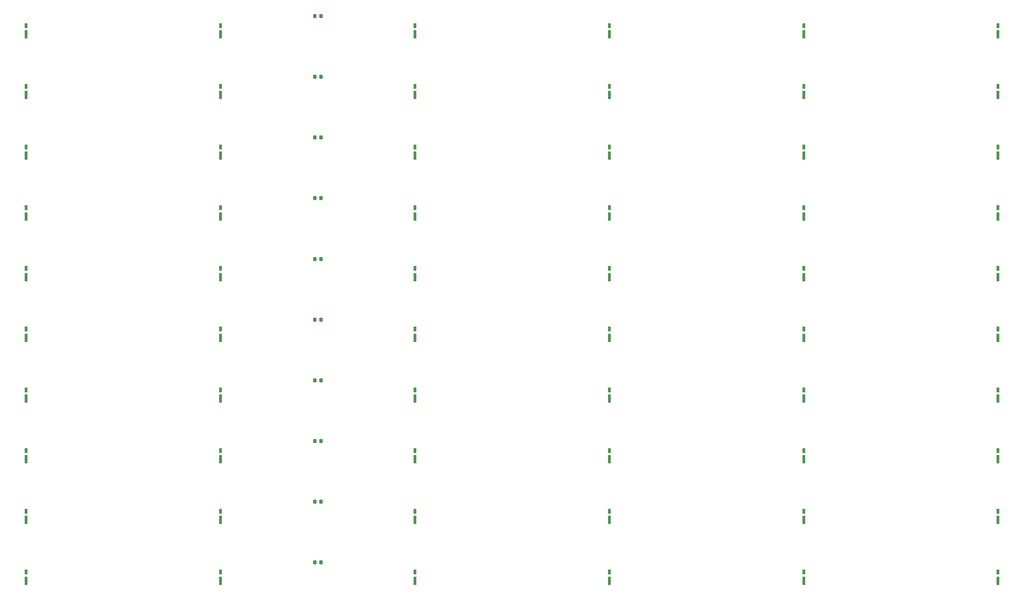
<source format=gtp>
G04 #@! TF.GenerationSoftware,KiCad,Pcbnew,7.0.7*
G04 #@! TF.CreationDate,2024-02-09T15:40:01-06:00*
G04 #@! TF.ProjectId,LEDIO Panel,4c454449-4f20-4506-916e-656c2e6b6963,rev?*
G04 #@! TF.SameCoordinates,PX3e2df80PYcfe1c60*
G04 #@! TF.FileFunction,Paste,Top*
G04 #@! TF.FilePolarity,Positive*
%FSLAX46Y46*%
G04 Gerber Fmt 4.6, Leading zero omitted, Abs format (unit mm)*
G04 Created by KiCad (PCBNEW 7.0.7) date 2024-02-09 15:40:01*
%MOMM*%
%LPD*%
G01*
G04 APERTURE LIST*
G04 Aperture macros list*
%AMRoundRect*
0 Rectangle with rounded corners*
0 $1 Rounding radius*
0 $2 $3 $4 $5 $6 $7 $8 $9 X,Y pos of 4 corners*
0 Add a 4 corners polygon primitive as box body*
4,1,4,$2,$3,$4,$5,$6,$7,$8,$9,$2,$3,0*
0 Add four circle primitives for the rounded corners*
1,1,$1+$1,$2,$3*
1,1,$1+$1,$4,$5*
1,1,$1+$1,$6,$7*
1,1,$1+$1,$8,$9*
0 Add four rect primitives between the rounded corners*
20,1,$1+$1,$2,$3,$4,$5,0*
20,1,$1+$1,$4,$5,$6,$7,0*
20,1,$1+$1,$6,$7,$8,$9,0*
20,1,$1+$1,$8,$9,$2,$3,0*%
G04 Aperture macros list end*
%ADD10RoundRect,0.218750X-0.218750X-0.256250X0.218750X-0.256250X0.218750X0.256250X-0.218750X0.256250X0*%
%ADD11R,0.800000X2.000000*%
%ADD12R,0.800000X1.200000*%
G04 APERTURE END LIST*
D10*
G04 #@! TO.C,D1*
X92762500Y129600000D03*
X94337500Y129600000D03*
G04 #@! TD*
D11*
G04 #@! TO.C,D4*
X117500000Y65100000D03*
D12*
X117500000Y67250000D03*
G04 #@! TD*
D11*
G04 #@! TO.C,D6*
X213500000Y80100000D03*
D12*
X213500000Y82250000D03*
G04 #@! TD*
D11*
G04 #@! TO.C,D5*
X165500000Y20100000D03*
D12*
X165500000Y22250000D03*
G04 #@! TD*
D11*
G04 #@! TO.C,D7*
X261500000Y140100000D03*
D12*
X261500000Y142250000D03*
G04 #@! TD*
D11*
G04 #@! TO.C,D2*
X21500000Y35100000D03*
D12*
X21500000Y37250000D03*
G04 #@! TD*
D11*
G04 #@! TO.C,D3*
X69500000Y35100000D03*
D12*
X69500000Y37250000D03*
G04 #@! TD*
D11*
G04 #@! TO.C,D7*
X261500000Y65100000D03*
D12*
X261500000Y67250000D03*
G04 #@! TD*
D11*
G04 #@! TO.C,D6*
X213500000Y35100000D03*
D12*
X213500000Y37250000D03*
G04 #@! TD*
D11*
G04 #@! TO.C,D3*
X69500000Y50100000D03*
D12*
X69500000Y52250000D03*
G04 #@! TD*
D10*
G04 #@! TO.C,D1*
X92762500Y24600000D03*
X94337500Y24600000D03*
G04 #@! TD*
D11*
G04 #@! TO.C,D7*
X261500000Y80100000D03*
D12*
X261500000Y82250000D03*
G04 #@! TD*
D11*
G04 #@! TO.C,D4*
X117500000Y35100000D03*
D12*
X117500000Y37250000D03*
G04 #@! TD*
D11*
G04 #@! TO.C,D3*
X69500000Y140100000D03*
D12*
X69500000Y142250000D03*
G04 #@! TD*
D11*
G04 #@! TO.C,D4*
X117500000Y20100000D03*
D12*
X117500000Y22250000D03*
G04 #@! TD*
D11*
G04 #@! TO.C,D7*
X261500000Y110100000D03*
D12*
X261500000Y112250000D03*
G04 #@! TD*
D11*
G04 #@! TO.C,D3*
X69500000Y80100000D03*
D12*
X69500000Y82250000D03*
G04 #@! TD*
D11*
G04 #@! TO.C,D3*
X69500000Y95100000D03*
D12*
X69500000Y97250000D03*
G04 #@! TD*
D11*
G04 #@! TO.C,D7*
X261500000Y5100000D03*
D12*
X261500000Y7250000D03*
G04 #@! TD*
D11*
G04 #@! TO.C,D6*
X213500000Y20100000D03*
D12*
X213500000Y22250000D03*
G04 #@! TD*
D10*
G04 #@! TO.C,D1*
X92762500Y144600000D03*
X94337500Y144600000D03*
G04 #@! TD*
D11*
G04 #@! TO.C,D2*
X21500000Y125100000D03*
D12*
X21500000Y127250000D03*
G04 #@! TD*
D11*
G04 #@! TO.C,D4*
X117500000Y125100000D03*
D12*
X117500000Y127250000D03*
G04 #@! TD*
D11*
G04 #@! TO.C,D3*
X69500000Y20100000D03*
D12*
X69500000Y22250000D03*
G04 #@! TD*
D11*
G04 #@! TO.C,D6*
X213500000Y50100000D03*
D12*
X213500000Y52250000D03*
G04 #@! TD*
D11*
G04 #@! TO.C,D6*
X213500000Y95100000D03*
D12*
X213500000Y97250000D03*
G04 #@! TD*
D10*
G04 #@! TO.C,D1*
X92762500Y54600000D03*
X94337500Y54600000D03*
G04 #@! TD*
D11*
G04 #@! TO.C,D4*
X117500000Y110100000D03*
D12*
X117500000Y112250000D03*
G04 #@! TD*
D11*
G04 #@! TO.C,D7*
X261500000Y125100000D03*
D12*
X261500000Y127250000D03*
G04 #@! TD*
D11*
G04 #@! TO.C,D5*
X165500000Y110100000D03*
D12*
X165500000Y112250000D03*
G04 #@! TD*
D11*
G04 #@! TO.C,D4*
X117500000Y50100000D03*
D12*
X117500000Y52250000D03*
G04 #@! TD*
D11*
G04 #@! TO.C,D6*
X213500000Y110100000D03*
D12*
X213500000Y112250000D03*
G04 #@! TD*
D11*
G04 #@! TO.C,D2*
X21500000Y80100000D03*
D12*
X21500000Y82250000D03*
G04 #@! TD*
D11*
G04 #@! TO.C,D5*
X165500000Y95100000D03*
D12*
X165500000Y97250000D03*
G04 #@! TD*
D11*
G04 #@! TO.C,D7*
X261500000Y50100000D03*
D12*
X261500000Y52250000D03*
G04 #@! TD*
D11*
G04 #@! TO.C,D7*
X261500000Y20100000D03*
D12*
X261500000Y22250000D03*
G04 #@! TD*
D11*
G04 #@! TO.C,D2*
X21500000Y140100000D03*
D12*
X21500000Y142250000D03*
G04 #@! TD*
D11*
G04 #@! TO.C,D3*
X69500000Y65100000D03*
D12*
X69500000Y67250000D03*
G04 #@! TD*
D11*
G04 #@! TO.C,D5*
X165500000Y65100000D03*
D12*
X165500000Y67250000D03*
G04 #@! TD*
D11*
G04 #@! TO.C,D5*
X165500000Y5100000D03*
D12*
X165500000Y7250000D03*
G04 #@! TD*
D11*
G04 #@! TO.C,D5*
X165500000Y80100000D03*
D12*
X165500000Y82250000D03*
G04 #@! TD*
D11*
G04 #@! TO.C,D7*
X261500000Y95100000D03*
D12*
X261500000Y97250000D03*
G04 #@! TD*
D11*
G04 #@! TO.C,D3*
X69500000Y110100000D03*
D12*
X69500000Y112250000D03*
G04 #@! TD*
D11*
G04 #@! TO.C,D2*
X21500000Y20100000D03*
D12*
X21500000Y22250000D03*
G04 #@! TD*
D11*
G04 #@! TO.C,D5*
X165500000Y50100000D03*
D12*
X165500000Y52250000D03*
G04 #@! TD*
D11*
G04 #@! TO.C,D4*
X117500000Y95100000D03*
D12*
X117500000Y97250000D03*
G04 #@! TD*
D10*
G04 #@! TO.C,D1*
X92762500Y69600000D03*
X94337500Y69600000D03*
G04 #@! TD*
D11*
G04 #@! TO.C,D4*
X117500000Y5100000D03*
D12*
X117500000Y7250000D03*
G04 #@! TD*
D10*
G04 #@! TO.C,D1*
X92762500Y99600000D03*
X94337500Y99600000D03*
G04 #@! TD*
D11*
G04 #@! TO.C,D2*
X21500000Y110100000D03*
D12*
X21500000Y112250000D03*
G04 #@! TD*
D11*
G04 #@! TO.C,D2*
X21500000Y95100000D03*
D12*
X21500000Y97250000D03*
G04 #@! TD*
D11*
G04 #@! TO.C,D5*
X165500000Y140100000D03*
D12*
X165500000Y142250000D03*
G04 #@! TD*
D10*
G04 #@! TO.C,D1*
X92762500Y39600000D03*
X94337500Y39600000D03*
G04 #@! TD*
D11*
G04 #@! TO.C,D5*
X165500000Y125100000D03*
D12*
X165500000Y127250000D03*
G04 #@! TD*
D10*
G04 #@! TO.C,D1*
X92762500Y84600000D03*
X94337500Y84600000D03*
G04 #@! TD*
D11*
G04 #@! TO.C,D3*
X69500000Y5100000D03*
D12*
X69500000Y7250000D03*
G04 #@! TD*
D11*
G04 #@! TO.C,D5*
X165500000Y35100000D03*
D12*
X165500000Y37250000D03*
G04 #@! TD*
D11*
G04 #@! TO.C,D6*
X213500000Y125100000D03*
D12*
X213500000Y127250000D03*
G04 #@! TD*
D10*
G04 #@! TO.C,D1*
X92762500Y114600000D03*
X94337500Y114600000D03*
G04 #@! TD*
G04 #@! TO.C,D1*
X92762500Y9600000D03*
X94337500Y9600000D03*
G04 #@! TD*
D11*
G04 #@! TO.C,D6*
X213500000Y65100000D03*
D12*
X213500000Y67250000D03*
G04 #@! TD*
D11*
G04 #@! TO.C,D7*
X261500000Y35100000D03*
D12*
X261500000Y37250000D03*
G04 #@! TD*
D11*
G04 #@! TO.C,D4*
X117500000Y80100000D03*
D12*
X117500000Y82250000D03*
G04 #@! TD*
D11*
G04 #@! TO.C,D3*
X69500000Y125100000D03*
D12*
X69500000Y127250000D03*
G04 #@! TD*
D11*
G04 #@! TO.C,D6*
X213500000Y5100000D03*
D12*
X213500000Y7250000D03*
G04 #@! TD*
D11*
G04 #@! TO.C,D2*
X21500000Y65100000D03*
D12*
X21500000Y67250000D03*
G04 #@! TD*
D11*
G04 #@! TO.C,D4*
X117500000Y140100000D03*
D12*
X117500000Y142250000D03*
G04 #@! TD*
D11*
G04 #@! TO.C,D6*
X213500000Y140100000D03*
D12*
X213500000Y142250000D03*
G04 #@! TD*
D11*
G04 #@! TO.C,D2*
X21500000Y50100000D03*
D12*
X21500000Y52250000D03*
G04 #@! TD*
D11*
G04 #@! TO.C,D2*
X21500000Y5100000D03*
D12*
X21500000Y7250000D03*
G04 #@! TD*
M02*

</source>
